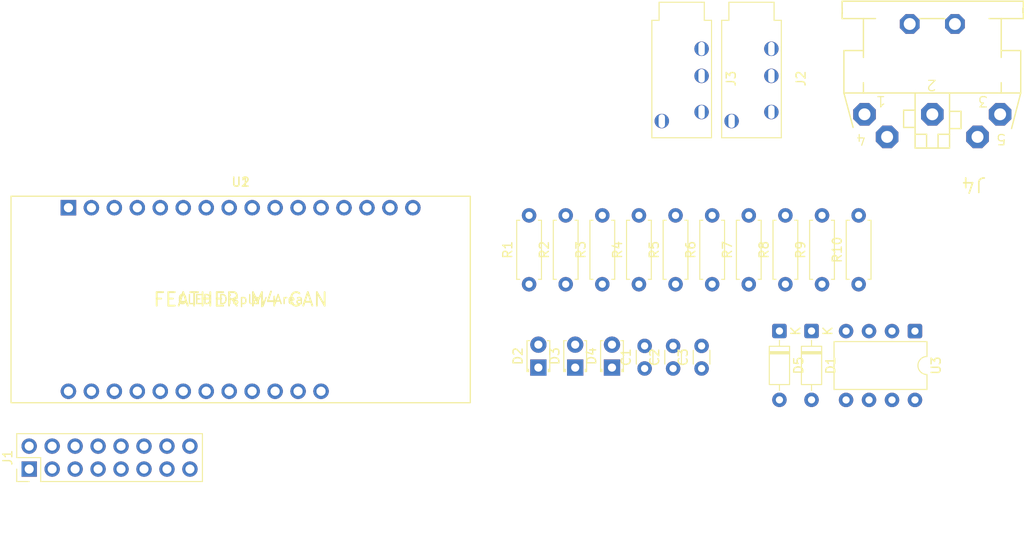
<source format=kicad_pcb>
(kicad_pcb (version 20241229) (generator "pcbnew") (generator_version "9.0")
  (layers (0 "F.Cu" signal) (2 "B.Cu" signal) (13 "F.Paste" user) (15 "B.Paste" user) (5 "F.SilkS" user "F.Silkscreen") (7 "B.SilkS" user "B.Silkscreen") (1 "F.Mask" user) (3 "B.Mask" user) (25 "Edge.Cuts" user))
  (net 0 "")
  (net 1 "MIDIOUT")
  (net 3 "CCOUTLED")
  (net 4 "SDA")
  (net 5 "GND")
  (net 7 "CVOUTLED")
  (net 8 "STRIGOUT")
  (net 10 "+5V")
  (net 11 "+3.3V")
  (net 12 "TRIGOUTLED")
  (net 13 "MIDIOUTLED")
  (net 15 "MIDIIN")
  (net 23 "SCL")
  (net 25 "CVIN")
  (net 26 "TRIGIN")
  (net 27 "CVINLED")
  (net 29 "TRIGINLED")
  (net 31 "MIDIINLED")
  (net 60 "Net-(U3-C1)")
  (net 61 "Net-(D2-A)")
  (net 62 "Net-(D3-A)")
  (net 63 "Net-(D4-A)")
  (net 65 "Net-(U3-C2)")
  (net 66 "Net-(U3-VO1)")
  (net 69 "Net-(D5-A)")
  (net 70 "Net-(D5-K)")
  (net 71 "Net-(J2-Pad2)")
  (net 72 "Net-(J3-Pad2)")
  (net 74 "Net-(J4-Pad5)")
  (footprint "Diode_THT:D_DO-35_SOD27_P7.62mm_Horizontal" (layer "F.Cu") (at 106.09 51.49 -90)
    (property "Reference" "D5" (at 3.81 -2.12 90) (layer "F.SilkS"))
    (property "Value" "BAT85")
    (fp_line (start 1.04 0) (end 1.69 0) (stroke (width 0.12)) (layer "F.SilkS"))
    (fp_line (start 6.58 0) (end 5.93 0) (stroke (width 0.12)) (layer "F.SilkS"))
    (fp_line (start 2.29 -1.12) (end 2.29 1.12) (stroke (width 0.12)) (layer "F.SilkS"))
    (fp_line (start 2.41 -1.12) (end 2.41 1.12) (stroke (width 0.12)) (layer "F.SilkS"))
    (fp_line (start 2.53 -1.12) (end 2.53 1.12) (stroke (width 0.12)) (layer "F.SilkS"))
    (fp_rect (start 1.69 -1.12) (end 5.93 1.12) (stroke (width 0.12)) (fill no) (layer "F.SilkS"))
    (fp_text user "K" (at 0 -1.8 90) (layer "F.SilkS"))
    (pad "1" thru_hole roundrect (at 0 0 270) (size 1.6 1.6) (drill 0.8) (layers "*.Cu" "*.Mask") (roundrect_rratio 0.15625) (net 70 "Net-(D5-K)"))
    (pad "2" thru_hole circle (at 7.62 0 270) (size 1.6 1.6) (drill 0.8) (layers "*.Cu" "*.Mask") (net 69 "Net-(D5-A)"))
  )
  (footprint "Resistor_THT:R_Axial_DIN0207_L6.3mm_D2.5mm_P7.62mm_Horizontal" (layer "F.Cu") (at 90.55 46.31 90)
    (property "Reference" "R4" (at 3.81 -2.37 90) (layer "F.SilkS"))
    (property "Value" "22kΩ")
    (fp_line (start 7.08 -1.37) (end 7.08 -1.04) (stroke (width 0.12)) (layer "F.SilkS"))
    (fp_line (start 0.54 -1.37) (end 7.08 -1.37) (stroke (width 0.12)) (layer "F.SilkS"))
    (fp_line (start 0.54 -1.04) (end 0.54 -1.37) (stroke (width 0.12)) (layer "F.SilkS"))
    (fp_line (start 0.54 1.04) (end 0.54 1.37) (stroke (width 0.12)) (layer "F.SilkS"))
    (fp_line (start 7.08 1.37) (end 7.08 1.04) (stroke (width 0.12)) (layer "F.SilkS"))
    (fp_line (start 0.54 1.37) (end 7.08 1.37) (stroke (width 0.12)) (layer "F.SilkS"))
    (pad "1" thru_hole circle (at 0 0 90) (size 1.6 1.6) (drill 0.8) (layers "*.Cu" "*.Mask") (net 26 "TRIGIN"))
    (pad "2" thru_hole circle (at 7.62 0 90) (size 1.6 1.6) (drill 0.8) (layers "*.Cu" "*.Mask") (net 5 "GND"))
  )
  (footprint "Resistor_THT:R_Axial_DIN0207_L6.3mm_D2.5mm_P7.62mm_Horizontal" (layer "F.Cu") (at 106.75 46.31 90)
    (property "Reference" "R8" (at 3.81 -2.37 90) (layer "F.SilkS"))
    (property "Value" "220Ω")
    (fp_line (start 7.08 -1.37) (end 7.08 -1.04) (stroke (width 0.12)) (layer "F.SilkS"))
    (fp_line (start 0.54 -1.37) (end 7.08 -1.37) (stroke (width 0.12)) (layer "F.SilkS"))
    (fp_line (start 0.54 -1.04) (end 0.54 -1.37) (stroke (width 0.12)) (layer "F.SilkS"))
    (fp_line (start 0.54 1.04) (end 0.54 1.37) (stroke (width 0.12)) (layer "F.SilkS"))
    (fp_line (start 7.08 1.37) (end 7.08 1.04) (stroke (width 0.12)) (layer "F.SilkS"))
    (fp_line (start 0.54 1.37) (end 7.08 1.37) (stroke (width 0.12)) (layer "F.SilkS"))
    (pad "1" thru_hole circle (at 0 0 90) (size 1.6 1.6) (drill 0.8) (layers "*.Cu" "*.Mask") (net 62 "Net-(D3-A)"))
    (pad "2" thru_hole circle (at 7.62 0 90) (size 1.6 1.6) (drill 0.8) (layers "*.Cu" "*.Mask") (net 29 "TRIGINLED"))
  )
  (footprint "PJ-320A_Library:PJ-320A" (layer "F.Cu") (at 97.48 15.095 -90)
    (property "Reference" "J3" (at 8.4455 -3.269 90) (layer "F.SilkS"))
    (property "Value" "PJ-320A")
    (fp_line (start 2 5.5) (end 15 5.5) (stroke (width 0.12)) (layer "F.SilkS"))
    (fp_line (start 0 4.7) (end 2 4.7) (stroke (width 0.12)) (layer "F.SilkS"))
    (fp_line (start 2 4.7) (end 2 5.5) (stroke (width 0.12)) (layer "F.SilkS"))
    (fp_line (start 0 0) (end 0 4.7) (stroke (width 0.12)) (layer "F.SilkS"))
    (fp_line (start 0 0) (end 0 -0.3) (stroke (width 0.12)) (layer "F.SilkS"))
    (fp_line (start 0 -0.3) (end 2 -0.3) (stroke (width 0.12)) (layer "F.SilkS"))
    (fp_line (start 2 -0.3) (end 2 -1.1) (stroke (width 0.12)) (layer "F.SilkS"))
    (fp_line (start 2 -1.1) (end 15 -1.1) (stroke (width 0.12)) (layer "F.SilkS"))
    (fp_line (start 15 -1.1) (end 15 5.5) (stroke (width 0.12)) (layer "F.SilkS"))
    (pad "" np_thru_hole circle (at 3.7 2.2 270) (size 1.5 1.5) (drill 1.5) (layers "*.Cu"))
    (pad "" np_thru_hole circle (at 10.7 2.2 270) (size 1.5 1.5) (drill 1.5) (layers "*.Cu"))
    (pad "1" thru_hole circle (at 13.15 4.4 270) (size 1.6 1.6) (drill oval 1.5 0.7) (layers "*.Cu" "*.Mask") (net 5 "GND"))
    (pad "2" thru_hole circle (at 12.15 0 270) (size 1.6 1.6) (drill oval 1.5 0.7) (layers "*.Cu" "*.Mask") (net 72 "Net-(J3-Pad2)"))
    (pad "3" thru_hole circle (at 8.15 0 270) (size 1.6 1.6) (drill oval 1.5 0.7) (layers "*.Cu" "*.Mask"))
    (pad "4" thru_hole circle (at 5.15 0 270) (size 1.6 1.6) (drill oval 1.5 0.7) (layers "*.Cu" "*.Mask"))
  )
  (footprint "LED_THT:LED_D1.8mm_W3.3mm_H2.4mm" (layer "F.Cu") (at 79.43 55.54 90)
    (property "Reference" "D2" (at 1.27 -2.26 90) (layer "F.SilkS"))
    (property "Value" "LED")
    (fp_line (start 2.98 -1.26) (end 2.98 -0.986) (stroke (width 0.12)) (layer "F.SilkS"))
    (fp_line (start -0.2 -1.26) (end -0.2 -1.08) (stroke (width 0.12)) (layer "F.SilkS"))
    (fp_line (start -0.32 -1.26) (end -0.32 -1.08) (stroke (width 0.12)) (layer "F.SilkS"))
    (fp_line (start -0.44 -1.26) (end 2.98 -1.26) (stroke (width 0.12)) (layer "F.SilkS"))
    (fp_line (start -0.44 -1.08) (end -0.44 -1.26) (stroke (width 0.12)) (layer "F.SilkS"))
    (fp_line (start 2.98 0.986) (end 2.98 1.26) (stroke (width 0.12)) (layer "F.SilkS"))
    (fp_line (start -0.2 1.08) (end -0.2 1.26) (stroke (width 0.12)) (layer "F.SilkS"))
    (fp_line (start -0.32 1.08) (end -0.32 1.26) (stroke (width 0.12)) (layer "F.SilkS"))
    (fp_line (start 2.98 1.26) (end -0.44 1.26) (stroke (width 0.12)) (layer "F.SilkS"))
    (fp_line (start -0.44 1.26) (end -0.44 1.08) (stroke (width 0.12)) (layer "F.SilkS"))
    (pad "1" thru_hole rect (at 0 0 90) (size 1.8 1.8) (drill 0.9) (layers "*.Cu" "*.Mask") (net 5 "GND"))
    (pad "2" thru_hole circle (at 2.54 0 90) (size 1.8 1.8) (drill 0.9) (layers "*.Cu" "*.Mask") (net 61 "Net-(D2-A)"))
  )
  (footprint "Capacitor_THT:C_Disc_D3.0mm_W1.6mm_P2.50mm" (layer "F.Cu") (at 91.18 55.64 90)
    (property "Reference" "C1" (at 1.25 -2.05 90) (layer "F.SilkS"))
    (property "Value" "100nF")
    (fp_line (start 0.485 -0.92) (end 2.015 -0.92) (stroke (width 0.12)) (layer "F.SilkS"))
    (fp_line (start 2.015 0.92) (end 0.485 0.92) (stroke (width 0.12)) (layer "F.SilkS"))
    (pad "1" thru_hole circle (at 0 0 90) (size 1.6 1.6) (drill 0.8) (layers "*.Cu" "*.Mask") (net 5 "GND"))
    (pad "2" thru_hole circle (at 2.5 0 90) (size 1.6 1.6) (drill 0.8) (layers "*.Cu" "*.Mask") (net 25 "CVIN"))
  )
  (footprint "PJ-320A_Library:PJ-320A" (layer "F.Cu") (at 105.2 15.095 -90)
    (property "Reference" "J2" (at 8.4455 -3.269 90) (layer "F.SilkS"))
    (property "Value" "PJ-320A")
    (fp_line (start 2 5.5) (end 15 5.5) (stroke (width 0.12)) (layer "F.SilkS"))
    (fp_line (start 0 4.7) (end 2 4.7) (stroke (width 0.12)) (layer "F.SilkS"))
    (fp_line (start 2 4.7) (end 2 5.5) (stroke (width 0.12)) (layer "F.SilkS"))
    (fp_line (start 0 0) (end 0 4.7) (stroke (width 0.12)) (layer "F.SilkS"))
    (fp_line (start 0 0) (end 0 -0.3) (stroke (width 0.12)) (layer "F.SilkS"))
    (fp_line (start 0 -0.3) (end 2 -0.3) (stroke (width 0.12)) (layer "F.SilkS"))
    (fp_line (start 2 -0.3) (end 2 -1.1) (stroke (width 0.12)) (layer "F.SilkS"))
    (fp_line (start 2 -1.1) (end 15 -1.1) (stroke (width 0.12)) (layer "F.SilkS"))
    (fp_line (start 15 -1.1) (end 15 5.5) (stroke (width 0.12)) (layer "F.SilkS"))
    (pad "" np_thru_hole circle (at 3.7 2.2 270) (size 1.5 1.5) (drill 1.5) (layers "*.Cu"))
    (pad "" np_thru_hole circle (at 10.7 2.2 270) (size 1.5 1.5) (drill 1.5) (layers "*.Cu"))
    (pad "1" thru_hole circle (at 13.15 4.4 270) (size 1.6 1.6) (drill oval 1.5 0.7) (layers "*.Cu" "*.Mask") (net 5 "GND"))
    (pad "2" thru_hole circle (at 12.15 0 270) (size 1.6 1.6) (drill oval 1.5 0.7) (layers "*.Cu" "*.Mask") (net 71 "Net-(J2-Pad2)"))
    (pad "3" thru_hole circle (at 8.15 0 270) (size 1.6 1.6) (drill oval 1.5 0.7) (layers "*.Cu" "*.Mask"))
    (pad "4" thru_hole circle (at 5.15 0 270) (size 1.6 1.6) (drill oval 1.5 0.7) (layers "*.Cu" "*.Mask"))
  )
  (footprint "Adafruit_Modules:Adafruit_Feather_M4_CAN" (layer "F.Cu") (at 46.5 48)
    (property "Reference" "U1" (at 0 -13 0) (layer "F.SilkS"))
    (property "Value" "Adafruit_Feather_M4_CAN")
    (fp_rect (start -25.4 -11.43) (end 25.4 11.43) (stroke (width 0.12)) (fill no) (layer "F.SilkS"))
    (fp_text user "FEATHER M4 CAN" (at 0 0 0) (layer "F.SilkS") (effects (font (size 1.5 1.5) (thickness 0.2) (bold yes))))
    (pad "1" thru_hole rect (at -19.05 -10.16) (size 1.7 1.7) (drill 1) (layers "*.Cu" "*.Mask"))
    (pad "2" thru_hole circle (at -16.51 -10.16) (size 1.7 1.7) (drill 1) (layers "*.Cu" "*.Mask") (net 11 "+3.3V"))
    (pad "3" thru_hole circle (at -13.97 -10.16) (size 1.7 1.7) (drill 1) (layers "*.Cu" "*.Mask"))
    (pad "4" thru_hole circle (at -11.43 -10.16) (size 1.7 1.7) (drill 1) (layers "*.Cu" "*.Mask") (net 5 "GND"))
    (pad "5" thru_hole circle (at -8.89 -10.16) (size 1.7 1.7) (drill 1) (layers "*.Cu" "*.Mask") (net 12 "TRIGOUTLED"))
    (pad "6" thru_hole circle (at -6.35 -10.16) (size 1.7 1.7) (drill 1) (layers "*.Cu" "*.Mask") (net 3 "CCOUTLED"))
    (pad "7" thru_hole circle (at -3.81 -10.16) (size 1.7 1.7) (drill 1) (layers "*.Cu" "*.Mask") (net 31 "MIDIINLED"))
    (pad "8" thru_hole circle (at -1.27 -10.16) (size 1.7 1.7) (drill 1) (layers "*.Cu" "*.Mask") (net 25 "CVIN"))
    (pad "9" thru_hole circle (at 1.27 -10.16) (size 1.7 1.7) (drill 1) (layers "*.Cu" "*.Mask") (net 26 "TRIGIN"))
    (pad "10" thru_hole circle (at 3.81 -10.16) (size 1.7 1.7) (drill 1) (layers "*.Cu" "*.Mask") (net 13 "MIDIOUTLED"))
    (pad "11" thru_hole circle (at 6.35 -10.16) (size 1.7 1.7) (drill 1) (layers "*.Cu" "*.Mask"))
    (pad "12" thru_hole circle (at 8.89 -10.16) (size 1.7 1.7) (drill 1) (layers "*.Cu" "*.Mask"))
    (pad "13" thru_hole circle (at 11.43 -10.16) (size 1.7 1.7) (drill 1) (layers "*.Cu" "*.Mask"))
    (pad "14" thru_hole circle (at 13.97 -10.16) (size 1.7 1.7) (drill 1) (layers "*.Cu" "*.Mask") (net 15 "MIDIIN"))
    (pad "15" thru_hole circle (at 16.51 -10.16) (size 1.7 1.7) (drill 1) (layers "*.Cu" "*.Mask") (net 1 "MIDIOUT"))
    (pad "16" thru_hole circle (at 19.05 -10.16) (size 1.7 1.7) (drill 1) (layers "*.Cu" "*.Mask") (net 27 "CVINLED"))
    (pad "17" thru_hole circle (at -19.05 10.16) (size 1.7 1.7) (drill 1) (layers "*.Cu" "*.Mask"))
    (pad "18" thru_hole circle (at -16.51 10.16) (size 1.7 1.7) (drill 1) (layers "*.Cu" "*.Mask"))
    (pad "19" thru_hole circle (at -13.97 10.16) (size 1.7 1.7) (drill 1) (layers "*.Cu" "*.Mask") (net 10 "+5V"))
    (pad "20" thru_hole circle (at -11.43 10.16) (size 1.7 1.7) (drill 1) (layers "*.Cu" "*.Mask"))
    (pad "21" thru_hole circle (at -8.89 10.16) (size 1.7 1.7) (drill 1) (layers "*.Cu" "*.Mask") (net 7 "CVOUTLED"))
    (pad "22" thru_hole circle (at -6.35 10.16) (size 1.7 1.7) (drill 1) (layers "*.Cu" "*.Mask") (net 29 "TRIGINLED"))
    (pad "23" thru_hole circle (at -3.81 10.16) (size 1.7 1.7) (drill 1) (layers "*.Cu" "*.Mask") (net 8 "STRIGOUT"))
    (pad "24" thru_hole circle (at -1.27 10.16) (size 1.7 1.7) (drill 1) (layers "*.Cu" "*.Mask"))
    (pad "25" thru_hole circle (at 1.27 10.16) (size 1.7 1.7) (drill 1) (layers "*.Cu" "*.Mask"))
    (pad "26" thru_hole circle (at 3.81 10.16) (size 1.7 1.7) (drill 1) (layers "*.Cu" "*.Mask"))
    (pad "27" thru_hole circle (at 6.35 10.16) (size 1.7 1.7) (drill 1) (layers "*.Cu" "*.Mask") (net 23 "SCL"))
    (pad "28" thru_hole circle (at 8.89 10.16) (size 1.7 1.7) (drill 1) (layers "*.Cu" "*.Mask") (net 4 "SDA"))
  )
  (footprint "1134 Din Jack:1134_footprint" (layer "F.Cu") (at 123 17.5 180)
    (property "Reference" "J4" (at -6.096 -16.844 180) (layer "F.SilkS") (effects (font (size 1.6002 1.6002) (thickness 0.1778)) (justify left bottom)))
    (property "Value" "1134")
    (fp_line (start 9.979 2.52) (end 9.979 1.758) (stroke (width 0.1524)) (layer "F.SilkS"))
    (fp_line (start 9.979 0.6) (end 9.979 1.25) (stroke (width 0.1524)) (layer "F.SilkS"))
    (fp_line (start 9.979 0.6) (end 7.62 0.6) (stroke (width 0.1524)) (layer "F.SilkS"))
    (fp_line (start 9.968 1.658) (end 9.979 1.758) (stroke (width 0.1524)) (layer "F.SilkS"))
    (fp_line (start 9.968 1.658) (end 9.968 1.15) (stroke (width 0.1524)) (layer "F.SilkS"))
    (fp_line (start 9.968 1.15) (end 9.979 1.25) (stroke (width 0.1524)) (layer "F.SilkS"))
    (fp_line (start 9.779 -2.941) (end 9.779 -7.64) (stroke (width 0.1524)) (layer "F.SilkS"))
    (fp_line (start 9.779 -2.941) (end 7.62 -2.941) (stroke (width 0.1524)) (layer "F.SilkS"))
    (fp_line (start 9.779 -7.64) (end 7.62 -7.64) (stroke (width 0.1524)) (layer "F.SilkS"))
    (fp_line (start 8.763 -11.45) (end 9.779 -7.64) (stroke (width 0.1524)) (layer "F.SilkS"))
    (fp_line (start 7.62 0.6) (end 7.62 -2.941) (stroke (width 0.1524)) (layer "F.SilkS"))
    (fp_line (start 7.62 -2.941) (end 7.62 -3.703) (stroke (width 0.1524)) (layer "F.SilkS"))
    (fp_line (start 7.62 -7.64) (end 7.62 -6.497) (stroke (width 0.1524)) (layer "F.SilkS"))
    (fp_line (start 7.62 -7.64) (end 1.905 -7.64) (stroke (width 0.1524)) (layer "F.SilkS"))
    (fp_line (start 6.283 0.6) (end 7.62 0.6) (stroke (width 0.1524)) (layer "F.SilkS"))
    (fp_line (start 3.175 -11.45) (end 3.175 -9.545) (stroke (width 0.1524)) (layer "F.SilkS"))
    (fp_line (start 3.175 -11.45) (end 1.905 -11.45) (stroke (width 0.1524)) (layer "F.SilkS"))
    (fp_line (start 1.905 -7.64) (end -1.905 -7.64) (stroke (width 0.1524)) (layer "F.SilkS"))
    (fp_line (start 1.905 -9.545) (end 3.175 -9.545) (stroke (width 0.1524)) (layer "F.SilkS"))
    (fp_line (start 1.905 -9.545) (end 1.905 -7.64) (stroke (width 0.1524)) (layer "F.SilkS"))
    (fp_line (start 1.905 -11.45) (end 1.905 -9.545) (stroke (width 0.1524)) (layer "F.SilkS"))
    (fp_line (start 1.905 -12.212) (end 1.905 -11.45) (stroke (width 0.1524)) (layer "F.SilkS"))
    (fp_line (start 1.905 -12.212) (end 0.635 -12.212) (stroke (width 0.1524)) (layer "F.SilkS"))
    (fp_line (start 1.905 -13.736) (end 1.905 -12.212) (stroke (width 0.1524)) (layer "F.SilkS"))
    (fp_line (start 1.905 -13.736) (end 0.635 -13.736) (stroke (width 0.1524)) (layer "F.SilkS"))
    (fp_line (start 0.635 -13.736) (end 0.635 -12.212) (stroke (width 0.1524)) (layer "F.SilkS"))
    (fp_line (start 0.635 -13.736) (end -0.635 -13.736) (stroke (width 0.1524)) (layer "F.SilkS"))
    (fp_line (start -0.635 -13.736) (end -0.635 -12.212) (stroke (width 0.1524)) (layer "F.SilkS"))
    (fp_line (start -0.635 -13.736) (end -1.905 -13.736) (stroke (width 0.1524)) (layer "F.SilkS"))
    (fp_line (start -1.397 0.6) (end 1.397 0.6) (stroke (width 0.1524)) (layer "F.SilkS"))
    (fp_line (start -1.905 -7.64) (end -7.62 -7.64) (stroke (width 0.1524)) (layer "F.SilkS"))
    (fp_line (start -1.905 -9.672) (end -1.905 -7.64) (stroke (width 0.1524)) (layer "F.SilkS"))
    (fp_line (start -1.905 -9.672) (end -3.175 -9.672) (stroke (width 0.1524)) (layer "F.SilkS"))
    (fp_line (start -1.905 -11.577) (end -1.905 -9.672) (stroke (width 0.1524)) (layer "F.SilkS"))
    (fp_line (start -1.905 -11.577) (end -3.175 -11.577) (stroke (width 0.1524)) (layer "F.SilkS"))
    (fp_line (start -1.905 -12.212) (end -0.635 -12.212) (stroke (width 0.1524)) (layer "F.SilkS"))
    (fp_line (start -1.905 -12.212) (end -1.905 -11.577) (stroke (width 0.1524)) (layer "F.SilkS"))
    (fp_line (start -1.905 -13.736) (end -1.905 -12.212) (stroke (width 0.1524)) (layer "F.SilkS"))
    (fp_line (start -3.175 -11.577) (end -3.175 -9.672) (stroke (width 0.1524)) (layer "F.SilkS"))
    (fp_line (start -7.62 0.6) (end -7.62 -2.941) (stroke (width 0.1524)) (layer "F.SilkS"))
    (fp_line (start -7.62 0.6) (end -10.068 0.6) (stroke (width 0.1524)) (layer "F.SilkS"))
    (fp_line (start -7.62 -2.941) (end -7.62 -3.703) (stroke (width 0.1524)) (layer "F.SilkS"))
    (fp_line (start -7.62 -7.64) (end -7.62 -6.497) (stroke (width 0.1524)) (layer "F.SilkS"))
    (fp_line (start -7.62 -7.64) (end -9.779 -7.64) (stroke (width 0.1524)) (layer "F.SilkS"))
    (fp_line (start -7.693 0.6) (end -6.283 0.6) (stroke (width 0.1524)) (layer "F.SilkS"))
    (fp_line (start -8.763 -11.577) (end -9.779 -7.64) (stroke (width 0.1524)) (layer "F.SilkS"))
    (fp_line (start -9.779 -2.941) (end -7.62 -2.941) (stroke (width 0.1524)) (layer "F.SilkS"))
    (fp_line (start -9.779 -2.941) (end -9.779 -7.64) (stroke (width 0.1524)) (layer "F.SilkS"))
    (fp_line (start -10.025 1.758) (end -10.025 1.25) (stroke (width 0.1524)) (layer "F.SilkS"))
    (fp_line (start -10.025 1.758) (end -10.068 1.758) (stroke (width 0.1524)) (layer "F.SilkS"))
    (fp_line (start -10.068 2.52) (end 9.979 2.52) (stroke (width 0.1524)) (layer "F.SilkS"))
    (fp_line (start -10.068 2.52) (end -10.068 1.758) (stroke (width 0.1524)) (layer "F.SilkS"))
    (fp_line (start -10.068 1.25) (end -10.025 1.25) (stroke (width 0.1524)) (layer "F.SilkS"))
    (fp_line (start -10.068 1.25) (end -10.068 0.6) (stroke (width 0.1524)) (layer "F.SilkS"))
    (fp_text user "4" (at 7.239 -12.085 180) (layer "F.SilkS") (effects (font (size 1.143 1.143) (thickness 0.127)) (justify left bottom)))
    (fp_text user "2" (at -0.551 -6.094 180) (layer "F.SilkS") (effects (font (size 1.143 1.143) (thickness 0.127)) (justify left bottom)))
    (fp_text user "3" (at -6.223 -7.894 180) (layer "F.SilkS") (effects (font (size 1.143 1.143) (thickness 0.127)) (justify left bottom)))
    (fp_text user "5" (at -8.255 -12.085 180) (layer "F.SilkS") (effects (font (size 1.143 1.143) (thickness 0.127)) (justify left bottom)))
    (fp_text user "1" (at 5.08 -7.894 180) (layer "F.SilkS") (effects (font (size 1.143 1.143) (thickness 0.127)) (justify left bottom)))
    (pad "" np_thru_hole roundrect (at -2.5 0 180) (size 2.1844 2.1844) (drill 1.3208) (layers "*.Cu" "*.Mask") (chamfer_ratio 0.2928932188) (chamfer top_left top_right bottom_left bottom_right))
    (pad "" np_thru_hole roundrect (at 2.5 0 180) (size 2.1844 2.1844) (drill 1.3208) (layers "*.Cu" "*.Mask") (chamfer_ratio 0.2928932188) (chamfer top_left top_right bottom_left bottom_right))
    (pad "1" thru_hole roundrect (at 7.5 -10 180) (size 2.5 2.5) (drill 1.3208) (layers "*.Cu" "*.Mask") (chamfer_ratio 0.2928932188) (chamfer top_left top_right bottom_left bottom_right))
    (pad "2" thru_hole roundrect (at 0 -10 270) (size 2.5 2.5) (drill 1.3208) (layers "*.Cu" "*.Mask") (chamfer_ratio 0.2928932188) (chamfer top_left top_right bottom_left bottom_right) (net 5 "GND"))
    (pad "3" thru_hole roundrect (at -7.5 -10 180) (size 2.5 2.5) (drill 1.3208) (layers "*.Cu" "*.Mask") (chamfer_ratio 0.2928932188) (chamfer top_left top_right bottom_left bottom_right))
    (pad "4" thru_hole roundrect (at 5 -12.5 180) (size 2.5 2.5) (drill 1.3208) (layers "*.Cu" "*.Mask") (chamfer_ratio 0.2928932188) (chamfer top_left top_right bottom_left bottom_right) (net 70 "Net-(D5-K)"))
    (pad "5" thru_hole roundrect (at -5 -12.5 180) (size 2.5 2.5) (drill 1.3208) (layers "*.Cu" "*.Mask") (chamfer_ratio 0.2928932188) (chamfer top_left top_right bottom_left bottom_right) (net 74 "Net-(J4-Pad5)"))
  )
  (footprint "Package_DIP:DIP-8_W7.62mm" (layer "F.Cu") (at 121.08 51.5 -90)
    (property "Reference" "U3" (at 3.81 -2.33 90) (layer "F.SilkS"))
    (property "Value" "6N138")
    (fp_line (start 1.16 8.95) (end 6.46 8.95) (stroke (width 0.12)) (layer "F.SilkS"))
    (fp_line (start 6.46 8.95) (end 6.46 -1.33) (stroke (width 0.12)) (layer "F.SilkS"))
    (fp_line (start 1.16 -1.33) (end 1.16 8.95) (stroke (width 0.12)) (layer "F.SilkS"))
    (fp_line (start 2.81 -1.33) (end 1.16 -1.33) (stroke (width 0.12)) (layer "F.SilkS"))
    (fp_line (start 6.46 -1.33) (end 4.81 -1.33) (stroke (width 0.12)) (layer "F.SilkS"))
    (fp_arc (start 4.81 -1.33) (mid 3.81 -0.33) (end 2.81 -1.33) (stroke (width 0.12)) (layer "F.SilkS"))
    (pad "1" thru_hole roundrect (at 0 0 270) (size 1.6 1.6) (drill 0.8) (layers "*.Cu" "*.Mask") (roundrect_rratio 0.15625))
    (pad "2" thru_hole circle (at 0 2.54 270) (size 1.6 1.6) (drill 0.8) (layers "*.Cu" "*.Mask") (net 60 "Net-(U3-C1)"))
    (pad "3" thru_hole circle (at 0 5.08 270) (size 1.6 1.6) (drill 0.8) (layers "*.Cu" "*.Mask") (net 65 "Net-(U3-C2)"))
    (pad "4" thru_hole circle (at 0 7.62 270) (size 1.6 1.6) (drill 0.8) (layers "*.Cu" "*.Mask"))
    (pad "5" thru_hole circle (at 7.62 7.62 270) (size 1.6 1.6) (drill 0.8) (layers "*.Cu" "*.Mask") (net 5 "GND"))
    (pad "6" thru_hole circle (at 7.62 5.08 270) (size 1.6 1.6) (drill 0.8) (layers "*.Cu" "*.Mask") (net 15 "MIDIIN"))
    (pad "7" thru_hole circle (at 7.62 2.54 270) (size 1.6 1.6) (drill 0.8) (layers "*.Cu" "*.Mask") (net 66 "Net-(U3-VO1)"))
    (pad "8" thru_hole circle (at 7.62 0 270) (size 1.6 1.6) (drill 0.8) (layers "*.Cu" "*.Mask") (net 5 "GND"))
  )
  (footprint "Resistor_THT:R_Axial_DIN0207_L6.3mm_D2.5mm_P7.62mm_Horizontal" (layer "F.Cu") (at 94.6 46.31 90)
    (property "Reference" "R5" (at 3.81 -2.37 90) (layer "F.SilkS"))
    (property "Value" "1k")
    (fp_line (start 7.08 -1.37) (end 7.08 -1.04) (stroke (width 0.12)) (layer "F.SilkS"))
    (fp_line (start 0.54 -1.37) (end 7.08 -1.37) (stroke (width 0.12)) (layer "F.SilkS"))
    (fp_line (start 0.54 -1.04) (end 0.54 -1.37) (stroke (width 0.12)) (layer "F.SilkS"))
    (fp_line (start 0.54 1.04) (end 0.54 1.37) (stroke (width 0.12)) (layer "F.SilkS"))
    (fp_line (start 7.08 1.37) (end 7.08 1.04) (stroke (width 0.12)) (layer "F.SilkS"))
    (fp_line (start 0.54 1.37) (end 7.08 1.37) (stroke (width 0.12)) (layer "F.SilkS"))
    (pad "1" thru_hole circle (at 0 0 90) (size 1.6 1.6) (drill 0.8) (layers "*.Cu" "*.Mask") (net 69 "Net-(D5-A)"))
    (pad "2" thru_hole circle (at 7.62 0 90) (size 1.6 1.6) (drill 0.8) (layers "*.Cu" "*.Mask") (net 65 "Net-(U3-C2)"))
  )
  (footprint "LED_THT:LED_D1.8mm_W3.3mm_H2.4mm" (layer "F.Cu") (at 87.57 55.54 90)
    (property "Reference" "D4" (at 1.27 -2.26 90) (layer "F.SilkS"))
    (property "Value" "LED")
    (fp_line (start 2.98 -1.26) (end 2.98 -0.986) (stroke (width 0.12)) (layer "F.SilkS"))
    (fp_line (start -0.2 -1.26) (end -0.2 -1.08) (stroke (width 0.12)) (layer "F.SilkS"))
    (fp_line (start -0.32 -1.26) (end -0.32 -1.08) (stroke (width 0.12)) (layer "F.SilkS"))
    (fp_line (start -0.44 -1.26) (end 2.98 -1.26) (stroke (width 0.12)) (layer "F.SilkS"))
    (fp_line (start -0.44 -1.08) (end -0.44 -1.26) (stroke (width 0.12)) (layer "F.SilkS"))
    (fp_line (start 2.98 0.986) (end 2.98 1.26) (stroke (width 0.12)) (layer "F.SilkS"))
    (fp_line (start -0.2 1.08) (end -0.2 1.26) (stroke (width 0.12)) (layer "F.SilkS"))
    (fp_line (start -0.32 1.08) (end -0.32 1.26) (stroke (width 0.12)) (layer "F.SilkS"))
    (fp_line (start 2.98 1.26) (end -0.44 1.26) (stroke (width 0.12)) (layer "F.SilkS"))
    (fp_line (start -0.44 1.26) (end -0.44 1.08) (stroke (width 0.12)) (layer "F.SilkS"))
    (pad "1" thru_hole rect (at 0 0 90) (size 1.8 1.8) (drill 0.9) (layers "*.Cu" "*.Mask") (net 5 "GND"))
    (pad "2" thru_hole circle (at 2.54 0 90) (size 1.8 1.8) (drill 0.9) (layers "*.Cu" "*.Mask") (net 63 "Net-(D4-A)"))
  )
  (footprint "Diode_THT:D_DO-35_SOD27_P7.62mm_Horizontal" (layer "F.Cu") (at 109.64 51.49 -90)
    (property "Reference" "D1" (at 3.81 -2.12 90) (layer "F.SilkS"))
    (property "Value" "BAT85")
    (fp_line (start 1.04 0) (end 1.69 0) (stroke (width 0.12)) (layer "F.SilkS"))
    (fp_line (start 6.58 0) (end 5.93 0) (stroke (width 0.12)) (layer "F.SilkS"))
    (fp_line (start 2.29 -1.12) (end 2.29 1.12) (stroke (width 0.12)) (layer "F.SilkS"))
    (fp_line (start 2.41 -1.12) (end 2.41 1.12) (stroke (width 0.12)) (layer "F.SilkS"))
    (fp_line (start 2.53 -1.12) (end 2.53 1.12) (stroke (width 0.12)) (layer "F.SilkS"))
    (fp_rect (start 1.69 -1.12) (end 5.93 1.12) (stroke (width 0.12)) (fill no) (layer "F.SilkS"))
    (fp_text user "K" (at 0 -1.8 90) (layer "F.SilkS"))
    (pad "1" thru_hole roundrect (at 0 0 270) (size 1.6 1.6) (drill 0.8) (layers "*.Cu" "*.Mask") (roundrect_rratio 0.15625) (net 25 "CVIN"))
    (pad "2" thru_hole circle (at 7.62 0 270) (size 1.6 1.6) (drill 0.8) (layers "*.Cu" "*.Mask") (net 11 "+3.3V"))
  )
  (footprint "Resistor_THT:R_Axial_DIN0207_L6.3mm_D2.5mm_P7.62mm_Horizontal" (layer "F.Cu") (at 110.8 46.31 90)
    (property "Reference" "R9" (at 3.81 -2.37 90) (layer "F.SilkS"))
    (property "Value" "220Ω")
    (fp_line (start 7.08 -1.37) (end 7.08 -1.04) (stroke (width 0.12)) (layer "F.SilkS"))
    (fp_line (start 0.54 -1.37) (end 7.08 -1.37) (stroke (width 0.12)) (layer "F.SilkS"))
    (fp_line (start 0.54 -1.04) (end 0.54 -1.37) (stroke (width 0.12)) (layer "F.SilkS"))
    (fp_line (start 0.54 1.04) (end 0.54 1.37) (stroke (width 0.12)) (layer "F.SilkS"))
    (fp_line (start 7.08 1.37) (end 7.08 1.04) (stroke (width 0.12)) (layer "F.SilkS"))
    (fp_line (start 0.54 1.37) (end 7.08 1.37) (stroke (width 0.12)) (layer "F.SilkS"))
    (pad "1" thru_hole circle (at 0 0 90) (size 1.6 1.6) (drill 0.8) (layers "*.Cu" "*.Mask") (net 63 "Net-(D4-A)"))
    (pad "2" thru_hole circle (at 7.62 0 90) (size 1.6 1.6) (drill 0.8) (layers "*.Cu" "*.Mask") (net 31 "MIDIINLED"))
  )
  (footprint "Resistor_THT:R_Axial_DIN0207_L6.3mm_D2.5mm_P7.62mm_Horizontal" (layer "F.Cu") (at 86.5 46.31 90)
    (property "Reference" "R3" (at 3.81 -2.37 90) (layer "F.SilkS"))
    (property "Value" "20kΩ")
    (fp_line (start 7.08 -1.37) (end 7.08 -1.04) (stroke (width 0.12)) (layer "F.SilkS"))
    (fp_line (start 0.54 -1.37) (end 7.08 -1.37) (stroke (width 0.12)) (layer "F.SilkS"))
    (fp_line (start 0.54 -1.04) (end 0.54 -1.37) (stroke (width 0.12)) (layer "F.SilkS"))
    (fp_line (start 0.54 1.04) (end 0.54 1.37) (stroke (width 0.12)) (layer "F.SilkS"))
    (fp_line (start 7.08 1.37) (end 7.08 1.04) (stroke (width 0.12)) (layer "F.SilkS"))
    (fp_line (start 0.54 1.37) (end 7.08 1.37) (stroke (width 0.12)) (layer "F.SilkS"))
    (pad "1" thru_hole circle (at 0 0 90) (size 1.6 1.6) (drill 0.8) (layers "*.Cu" "*.Mask") (net 72 "Net-(J3-Pad2)"))
    (pad "2" thru_hole circle (at 7.62 0 90) (size 1.6 1.6) (drill 0.8) (layers "*.Cu" "*.Mask") (net 26 "TRIGIN"))
  )
  (footprint "Resistor_THT:R_Axial_DIN0207_L6.3mm_D2.5mm_P7.62mm_Horizontal" (layer "F.Cu") (at 102.7 46.31 90)
    (property "Reference" "R7" (at 3.81 -2.37 90) (layer "F.SilkS"))
    (property "Value" "220Ω")
    (fp_line (start 7.08 -1.37) (end 7.08 -1.04) (stroke (width 0.12)) (layer "F.SilkS"))
    (fp_line (start 0.54 -1.37) (end 7.08 -1.37) (stroke (width 0.12)) (layer "F.SilkS"))
    (fp_line (start 0.54 -1.04) (end 0.54 -1.37) (stroke (width 0.12)) (layer "F.SilkS"))
    (fp_line (start 0.54 1.04) (end 0.54 1.37) (stroke (width 0.12)) (layer "F.SilkS"))
    (fp_line (start 7.08 1.37) (end 7.08 1.04) (stroke (width 0.12)) (layer "F.SilkS"))
    (fp_line (start 0.54 1.37) (end 7.08 1.37) (stroke (width 0.12)) (layer "F.SilkS"))
    (pad "1" thru_hole circle (at 0 0 90) (size 1.6 1.6) (drill 0.8) (layers "*.Cu" "*.Mask") (net 61 "Net-(D2-A)"))
    (pad "2" thru_hole circle (at 7.62 0 90) (size 1.6 1.6) (drill 0.8) (layers "*.Cu" "*.Mask") (net 27 "CVINLED"))
  )
  (footprint "LED_THT:LED_D1.8mm_W3.3mm_H2.4mm" (layer "F.Cu") (at 83.5 55.54 90)
    (property "Reference" "D3" (at 1.27 -2.26 90) (layer "F.SilkS"))
    (property "Value" "LED")
    (fp_line (start 2.98 -1.26) (end 2.98 -0.986) (stroke (width 0.12)) (layer "F.SilkS"))
    (fp_line (start -0.2 -1.26) (end -0.2 -1.08) (stroke (width 0.12)) (layer "F.SilkS"))
    (fp_line (start -0.32 -1.26) (end -0.32 -1.08) (stroke (width 0.12)) (layer "F.SilkS"))
    (fp_line (start -0.44 -1.26) (end 2.98 -1.26) (stroke (width 0.12)) (layer "F.SilkS"))
    (fp_line (start -0.44 -1.08) (end -0.44 -1.26) (stroke (width 0.12)) (layer "F.SilkS"))
    (fp_line (start 2.98 0.986) (end 2.98 1.26) (stroke (width 0.12)) (layer "F.SilkS"))
    (fp_line (start -0.2 1.08) (end -0.2 1.26) (stroke (width 0.12)) (layer "F.SilkS"))
    (fp_line (start -0.32 1.08) (end -0.32 1.26) (stroke (width 0.12)) (layer "F.SilkS"))
    (fp_line (start 2.98 1.26) (end -0.44 1.26) (stroke (width 0.12)) (layer "F.SilkS"))
    (fp_line (start -0.44 1.26) (end -0.44 1.08) (stroke (width 0.12)) (layer "F.SilkS"))
    (pad "1" thru_hole rect (at 0 0 90) (size 1.8 1.8) (drill 0.9) (layers "*.Cu" "*.Mask") (net 5 "GND"))
    (pad "2" thru_hole circle (at 2.54 0 90) (size 1.8 1.8) (drill 0.9) (layers "*.Cu" "*.Mask") (net 62 "Net-(D3-A)"))
  )
  (footprint "Resistor_THT:R_Axial_DIN0207_L6.3mm_D2.5mm_P7.62mm_Horizontal" (layer "F.Cu") (at 82.45 46.31 90)
    (property "Reference" "R2" (at 3.81 -2.37 90) (layer "F.SilkS"))
    (property "Value" "22kΩ")
    (fp_line (start 7.08 -1.37) (end 7.08 -1.04) (stroke (width 0.12)) (layer "F.SilkS"))
    (fp_line (start 0.54 -1.37) (end 7.08 -1.37) (stroke (width 0.12)) (layer "F.SilkS"))
    (fp_line (start 0.54 -1.04) (end 0.54 -1.37) (stroke (width 0.12)) (layer "F.SilkS"))
    (fp_line (start 0.54 1.04) (end 0.54 1.37) (stroke (width 0.12)) (layer "F.SilkS"))
    (fp_line (start 7.08 1.37) (end 7.08 1.04) (stroke (width 0.12)) (layer "F.SilkS"))
    (fp_line (start 0.54 1.37) (end 7.08 1.37) (stroke (width 0.12)) (layer "F.SilkS"))
    (pad "1" thru_hole circle (at 0 0 90) (size 1.6 1.6) (drill 0.8) (layers "*.Cu" "*.Mask") (net 25 "CVIN"))
    (pad "2" thru_hole circle (at 7.62 0 90) (size 1.6 1.6) (drill 0.8) (layers "*.Cu" "*.Mask") (net 5 "GND"))
  )
  (footprint "Resistor_THT:R_Axial_DIN0207_L6.3mm_D2.5mm_P7.62mm_Horizontal" (layer "F.Cu") (at 98.65 46.31 90)
    (property "Reference" "R6" (at 3.81 -2.37 90) (layer "F.SilkS"))
    (property "Value" "220Ω")
    (fp_line (start 7.08 -1.37) (end 7.08 -1.04) (stroke (width 0.12)) (layer "F.SilkS"))
    (fp_line (start 0.54 -1.37) (end 7.08 -1.37) (stroke (width 0.12)) (layer "F.SilkS"))
    (fp_line (start 0.54 -1.04) (end 0.54 -1.37) (stroke (width 0.12)) (layer "F.SilkS"))
    (fp_line (start 0.54 1.04) (end 0.54 1.37) (stroke (width 0.12)) (layer "F.SilkS"))
    (fp_line (start 7.08 1.37) (end 7.08 1.04) (stroke (width 0.12)) (layer "F.SilkS"))
    (fp_line (start 0.54 1.37) (end 7.08 1.37) (stroke (width 0.12)) (layer "F.SilkS"))
    (pad "1" thru_hole circle (at 0 0 90) (size 1.6 1.6) (drill 0.8) (layers "*.Cu" "*.Mask") (net 74 "Net-(J4-Pad5)"))
    (pad "2" thru_hole circle (at 7.62 0 90) (size 1.6 1.6) (drill 0.8) (layers "*.Cu" "*.Mask") (net 60 "Net-(U3-C1)"))
  )
  (footprint "Capacitor_THT:C_Disc_D3.0mm_W1.6mm_P2.50mm" (layer "F.Cu") (at 94.33 55.64 90)
    (property "Reference" "C2" (at 1.25 -2.05 90) (layer "F.SilkS"))
    (property "Value" "100nF")
    (fp_line (start 0.485 -0.92) (end 2.015 -0.92) (stroke (width 0.12)) (layer "F.SilkS"))
    (fp_line (start 2.015 0.92) (end 0.485 0.92) (stroke (width 0.12)) (layer "F.SilkS"))
    (pad "1" thru_hole circle (at 0 0 90) (size 1.6 1.6) (drill 0.8) (layers "*.Cu" "*.Mask") (net 5 "GND"))
    (pad "2" thru_hole circle (at 2.5 0 90) (size 1.6 1.6) (drill 0.8) (layers "*.Cu" "*.Mask") (net 26 "TRIGIN"))
  )
  (footprint "Adafruit_Modules:Adafruit_OLED_FeatherWing" (layer "F.Cu") (at 46.5 48)
    (property "Reference" "U2" (at 0 -13 0) (layer "F.SilkS"))
    (property "Value" "Adafruit_OLED_FeatherWing")
    (fp_rect (start -25.4 -11.43) (end 25.4 11.43) (stroke (width 0.12)) (fill no) (layer "F.SilkS"))
    (fp_text user "OLED Display Area" (at 0 0 0) (layer "F.SilkS"))
    (pad "1" thru_hole rect (at -19.05 -10.16) (size 1.7 1.7) (drill 1) (layers "*.Cu" "*.Mask"))
    (pad "2" thru_hole circle (at -16.51 -10.16) (size 1.7 1.7) (drill 1) (layers "*.Cu" "*.Mask") (net 11 "+3.3V"))
    (pad "3" thru_hole circle (at -13.97 -10.16) (size 1.7 1.7) (drill 1) (layers "*.Cu" "*.Mask"))
    (pad "4" thru_hole circle (at -11.43 -10.16) (size 1.7 1.7) (drill 1) (layers "*.Cu" "*.Mask") (net 5 "GND"))
    (pad "5" thru_hole circle (at -8.89 -10.16) (size 1.7 1.7) (drill 1) (layers "*.Cu" "*.Mask"))
    (pad "6" thru_hole circle (at -6.35 -10.16) (size 1.7 1.7) (drill 1) (layers "*.Cu" "*.Mask"))
    (pad "7" thru_hole circle (at -3.81 -10.16) (size 1.7 1.7) (drill 1) (layers "*.Cu" "*.Mask"))
    (pad "8" thru_hole circle (at -1.27 -10.16) (size 1.7 1.7) (drill 1) (layers "*.Cu" "*.Mask"))
    (pad "9" thru_hole circle (at 1.27 -10.16) (size 1.7 1.7) (drill 1) (layers "*.Cu" "*.Mask"))
    (pad "10" thru_hole circle (at 3.81 -10.16) (size 1.7 1.7) (drill 1) (layers "*.Cu" "*.Mask"))
    (pad "11" thru_hole circle (at 6.35 -10.16) (size 1.7 1.7) (drill 1) (layers "*.Cu" "*.Mask"))
    (pad "12" thru_hole circle (at 8.89 -10.16) (size 1.7 1.7) (drill 1) (layers "*.Cu" "*.Mask"))
    (pad "13" thru_hole circle (at 11.43 -10.16) (size 1.7 1.7) (drill 1) (layers "*.Cu" "*.Mask"))
    (pad "14" thru_hole circle (at 13.97 -10.16) (size 1.7 1.7) (drill 1) (layers "*.Cu" "*.Mask"))
    (pad "15" thru_hole circle (at 16.51 -10.16) (size 1.7 1.7) (drill 1) (layers "*.Cu" "*.Mask"))
    (pad "16" thru_hole circle (at 19.05 -10.16) (size 1.7 1.7) (drill 1) (layers "*.Cu" "*.Mask"))
    (pad "17" thru_hole circle (at -19.05 10.16) (size 1.7 1.7) (drill 1) (layers "*.Cu" "*.Mask"))
    (pad "18" thru_hole circle (at -16.51 10.16) (size 1.7 1.7) (drill 1) (layers "*.Cu" "*.Mask"))
    (pad "19" thru_hole circle (at -13.97 10.16) (size 1.7 1.7) (drill 1) (layers "*.Cu" "*.Mask"))
    (pad "20" thru_hole circle (at -11.43 10.16) (size 1.7 1.7) (drill 1) (layers "*.Cu" "*.Mask"))
    (pad "21" thru_hole circle (at -8.89 10.16) (size 1.7 1.7) (drill 1) (layers "*.Cu" "*.Mask"))
    (pad "22" thru_hole circle (at -6.35 10.16) (size 1.7 1.7) (drill 1) (layers "*.Cu" "*.Mask"))
    (pad "23" thru_hole circle (at -3.81 10.16) (size 1.7 1.7) (drill 1) (layers "*.Cu" "*.Mask"))
    (pad "24" thru_hole circle (at -1.27 10.16) (size 1.7 1.7) (drill 1) (layers "*.Cu" "*.Mask"))
    (pad "25" thru_hole circle (at 1.27 10.16) (size 1.7 1.7) (drill 1) (layers "*.Cu" "*.Mask"))
    (pad "26" thru_hole circle (at 3.81 10.16) (size 1.7 1.7) (drill 1) (layers "*.Cu" "*.Mask"))
    (pad "27" thru_hole circle (at 6.35 10.16) (size 1.7 1.7) (drill 1) (layers "*.Cu" "*.Mask") (net 23 "SCL"))
    (pad "28" thru_hole circle (at 8.89 10.16) (size 1.7 1.7) (drill 1) (layers "*.Cu" "*.Mask") (net 4 "SDA"))
  )
  (footprint "Capacitor_THT:C_Disc_D3.0mm_W1.6mm_P2.50mm" (layer "F.Cu") (at 97.48 55.64 90)
    (property "Reference" "C3" (at 1.25 -2.05 90) (layer "F.SilkS"))
    (property "Value" "100nF")
    (fp_line (start 0.485 -0.92) (end 2.015 -0.92) (stroke (width 0.12)) (layer "F.SilkS"))
    (fp_line (start 2.015 0.92) (end 0.485 0.92) (stroke (width 0.12)) (layer "F.SilkS"))
    (pad "1" thru_hole circle (at 0 0 90) (size 1.6 1.6) (drill 0.8) (layers "*.Cu" "*.Mask") (net 11 "+3.3V"))
    (pad "2" thru_hole circle (at 2.5 0 90) (size 1.6 1.6) (drill 0.8) (layers "*.Cu" "*.Mask") (net 5 "GND"))
  )
  (footprint "Connector_PinHeader_2.54mm:PinHeader_2x08_P2.54mm_Vertical" (layer "F.Cu") (at 23.11 66.775 90)
    (property "Reference" "J1" (at 1.27 -2.38 90) (layer "F.SilkS"))
    (property "Value" "Conn_02x08_Odd_Even")
    (fp_line (start 3.92 -1.38) (end 3.92 19.16) (stroke (width 0.12)) (layer "F.SilkS"))
    (fp_line (start 1.27 -1.38) (end 3.92 -1.38) (stroke (width 0.12)) (layer "F.SilkS"))
    (fp_line (start -1.38 -1.38) (end 0 -1.38) (stroke (width 0.12)) (layer "F.SilkS"))
    (fp_line (start -1.38 0) (end -1.38 -1.38) (stroke (width 0.12)) (layer "F.SilkS"))
    (fp_line (start 1.27 1.27) (end 1.27 -1.38) (stroke (width 0.12)) (layer "F.SilkS"))
    (fp_line (start -1.38 1.27) (end 1.27 1.27) (stroke (width 0.12)) (layer "F.SilkS"))
    (fp_line (start -1.38 1.27) (end -1.38 19.16) (stroke (width 0.12)) (layer "F.SilkS"))
    (fp_line (start -1.38 19.16) (end 3.92 19.16) (stroke (width 0.12)) (layer "F.SilkS"))
    (pad "1" thru_hole rect (at 0 0 90) (size 1.7 1.7) (drill 1) (layers "*.Cu" "*.Mask") (net 10 "+5V"))
    (pad "2" thru_hole circle (at 2.54 0 90) (size 1.7 1.7) (drill 1) (layers "*.Cu" "*.Mask") (net 5 "GND"))
    (pad "3" thru_hole circle (at 0 2.54 90) (size 1.7 1.7) (drill 1) (layers "*.Cu" "*.Mask") (net 11 "+3.3V"))
    (pad "4" thru_hole circle (at 2.54 2.54 90) (size 1.7 1.7) (drill 1) (layers "*.Cu" "*.Mask") (net 5 "GND"))
    (pad "5" thru_hole circle (at 0 5.08 90) (size 1.7 1.7) (drill 1) (layers "*.Cu" "*.Mask") (net 4 "SDA"))
    (pad "6" thru_hole circle (at 2.54 5.08 90) (size 1.7 1.7) (drill 1) (layers "*.Cu" "*.Mask") (net 7 "CVOUTLED"))
    (pad "7" thru_hole circle (at 0 7.62 90) (size 1.7 1.7) (drill 1) (layers "*.Cu" "*.Mask") (net 23 "SCL"))
    (pad "8" thru_hole circle (at 2.54 7.62 90) (size 1.7 1.7) (drill 1) (layers "*.Cu" "*.Mask") (net 3 "CCOUTLED"))
    (pad "9" thru_hole circle (at 0 10.16 90) (size 1.7 1.7) (drill 1) (layers "*.Cu" "*.Mask") (net 1 "MIDIOUT"))
    (pad "10" thru_hole circle (at 2.54 10.16 90) (size 1.7 1.7) (drill 1) (layers "*.Cu" "*.Mask") (net 12 "TRIGOUTLED"))
    (pad "11" thru_hole circle (at 0 12.7 90) (size 1.7 1.7) (drill 1) (layers "*.Cu" "*.Mask") (net 8 "STRIGOUT"))
    (pad "12" thru_hole circle (at 2.54 12.7 90) (size 1.7 1.7) (drill 1) (layers "*.Cu" "*.Mask") (net 13 "MIDIOUTLED"))
    (pad "13" thru_hole circle (at 0 15.24 90) (size 1.7 1.7) (drill 1) (layers "*.Cu" "*.Mask"))
    (pad "14" thru_hole circle (at 2.54 15.24 90) (size 1.7 1.7) (drill 1) (layers "*.Cu" "*.Mask"))
    (pad "15" thru_hole circle (at 0 17.78 90) (size 1.7 1.7) (drill 1) (layers "*.Cu" "*.Mask") (net 5 "GND"))
    (pad "16" thru_hole circle (at 2.54 17.78 90) (size 1.7 1.7) (drill 1) (layers "*.Cu" "*.Mask"))
  )
  (footprint "Resistor_THT:R_Axial_DIN0207_L6.3mm_D2.5mm_P7.62mm_Horizontal" (layer "F.Cu") (at 78.4 46.31 90)
    (property "Reference" "R1" (at 3.81 -2.37 90) (layer "F.SilkS"))
    (property "Value" "20kΩ")
    (fp_line (start 7.08 -1.37) (end 7.08 -1.04) (stroke (width 0.12)) (layer "F.SilkS"))
    (fp_line (start 0.54 -1.37) (end 7.08 -1.37) (stroke (width 0.12)) (layer "F.SilkS"))
    (fp_line (start 0.54 -1.04) (end 0.54 -1.37) (stroke (width 0.12)) (layer "F.SilkS"))
    (fp_line (start 0.54 1.04) (end 0.54 1.37) (stroke (width 0.12)) (layer "F.SilkS"))
    (fp_line (start 7.08 1.37) (end 7.08 1.04) (stroke (width 0.12)) (layer "F.SilkS"))
    (fp_line (start 0.54 1.37) (end 7.08 1.37) (stroke (width 0.12)) (layer "F.SilkS"))
    (pad "1" thru_hole circle (at 0 0 90) (size 1.6 1.6) (drill 0.8) (layers "*.Cu" "*.Mask") (net 71 "Net-(J2-Pad2)"))
    (pad "2" thru_hole circle (at 7.62 0 90) (size 1.6 1.6) (drill 0.8) (layers "*.Cu" "*.Mask") (net 25 "CVIN"))
  )
  (footprint "Resistor_THT:R_Axial_DIN0207_L6.3mm_D2.5mm_P7.62mm_Horizontal" (layer "F.Cu") (at 114.85 46.31 90)
    (property "Reference" "R10" (at 3.81 -2.37 90) (layer "F.SilkS"))
    (property "Value" "1k")
    (fp_line (start 7.08 -1.37) (end 7.08 -1.04) (stroke (width 0.12)) (layer "F.SilkS"))
    (fp_line (start 0.54 -1.37) (end 7.08 -1.37) (stroke (width 0.12)) (layer "F.SilkS"))
    (fp_line (start 0.54 -1.04) (end 0.54 -1.37) (stroke (width 0.12)) (layer "F.SilkS"))
    (fp_line (start 0.54 1.04) (end 0.54 1.37) (stroke (width 0.12)) (layer "F.SilkS"))
    (fp_line (start 7.08 1.37) (end 7.08 1.04) (stroke (width 0.12)) (layer "F.SilkS"))
    (fp_line (start 0.54 1.37) (end 7.08 1.37) (stroke (width 0.12)) (layer "F.SilkS"))
    (pad "1" thru_hole circle (at 0 0 90) (size 1.6 1.6) (drill 0.8) (layers "*.Cu" "*.Mask") (net 66 "Net-(U3-VO1)"))
    (pad "2" thru_hole circle (at 7.62 0 90) (size 1.6 1.6) (drill 0.8) (layers "*.Cu" "*.Mask") (net 11 "+3.3V"))
  )
)
</source>
